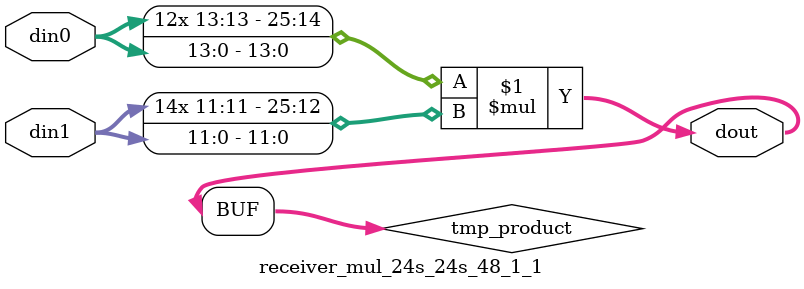
<source format=v>

`timescale 1 ns / 1 ps

  module receiver_mul_24s_24s_48_1_1(din0, din1, dout);
parameter ID = 1;
parameter NUM_STAGE = 0;
parameter din0_WIDTH = 14;
parameter din1_WIDTH = 12;
parameter dout_WIDTH = 26;

input [din0_WIDTH - 1 : 0] din0; 
input [din1_WIDTH - 1 : 0] din1; 
output [dout_WIDTH - 1 : 0] dout;

wire signed [dout_WIDTH - 1 : 0] tmp_product;













assign tmp_product = $signed(din0) * $signed(din1);








assign dout = tmp_product;







endmodule

</source>
